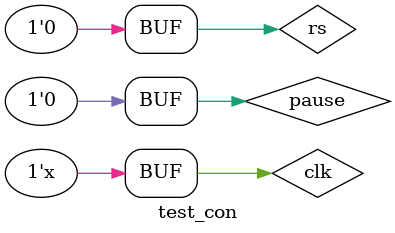
<source format=v>
`timescale 1ns / 1ps

module test_con;

	// Inputs
	reg clk;
	reg rs;
	reg pause;

	// Outputs
	wire [7:0] q;

	// Instantiate the Unit Under Test (UUT)
	sangdan_tatdan uut (
		.clk(clk), 
		.rs(rs), 
		.pause(pause), 
		.q(q)
	);

	initial begin
		// Initialize Inputs
		clk = 0;
		rs = 0;
		pause = 0;

		// Wait 100 ns for global reset to finish
		#10;
		rs=1;
		#10;
		rs=0;
		#30;
		pause=1;
		#30;
		pause=0;
		
		end
		always
		begin clk=~clk;
		#10;
		end
		endmodule
        
		// Add stimulus here



</source>
